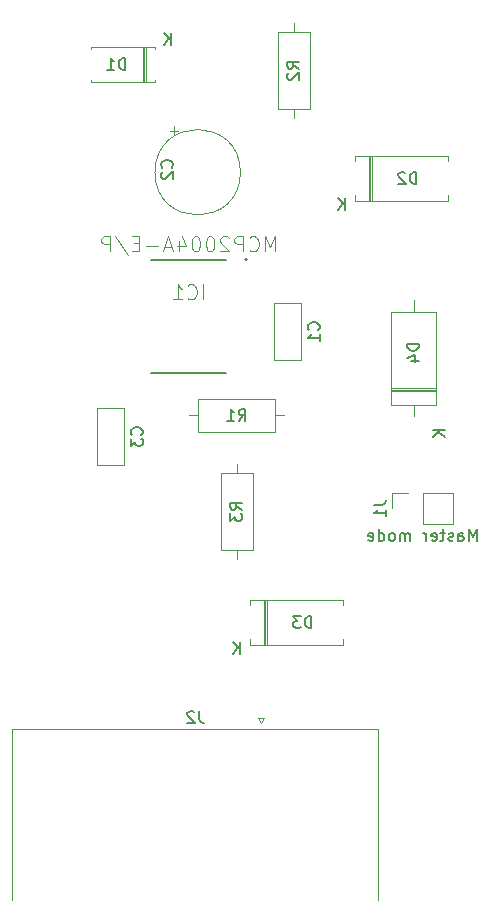
<source format=gbo>
G04 #@! TF.GenerationSoftware,KiCad,Pcbnew,(5.1.4)-1*
G04 #@! TF.CreationDate,2019-12-13T13:31:57+01:00*
G04 #@! TF.ProjectId,LIN bus esp32,4c494e20-6275-4732-9065-737033322e6b,2*
G04 #@! TF.SameCoordinates,Original*
G04 #@! TF.FileFunction,Legend,Bot*
G04 #@! TF.FilePolarity,Positive*
%FSLAX46Y46*%
G04 Gerber Fmt 4.6, Leading zero omitted, Abs format (unit mm)*
G04 Created by KiCad (PCBNEW (5.1.4)-1) date 2019-12-13 13:31:57*
%MOMM*%
%LPD*%
G04 APERTURE LIST*
%ADD10C,0.150000*%
%ADD11C,0.120000*%
%ADD12C,0.200000*%
%ADD13C,0.127000*%
%ADD14C,0.050000*%
G04 APERTURE END LIST*
D10*
X172489238Y-94432380D02*
X172489238Y-93432380D01*
X172155904Y-94146666D01*
X171822571Y-93432380D01*
X171822571Y-94432380D01*
X170917809Y-94432380D02*
X170917809Y-93908571D01*
X170965428Y-93813333D01*
X171060666Y-93765714D01*
X171251142Y-93765714D01*
X171346380Y-93813333D01*
X170917809Y-94384761D02*
X171013047Y-94432380D01*
X171251142Y-94432380D01*
X171346380Y-94384761D01*
X171394000Y-94289523D01*
X171394000Y-94194285D01*
X171346380Y-94099047D01*
X171251142Y-94051428D01*
X171013047Y-94051428D01*
X170917809Y-94003809D01*
X170489238Y-94384761D02*
X170394000Y-94432380D01*
X170203523Y-94432380D01*
X170108285Y-94384761D01*
X170060666Y-94289523D01*
X170060666Y-94241904D01*
X170108285Y-94146666D01*
X170203523Y-94099047D01*
X170346380Y-94099047D01*
X170441619Y-94051428D01*
X170489238Y-93956190D01*
X170489238Y-93908571D01*
X170441619Y-93813333D01*
X170346380Y-93765714D01*
X170203523Y-93765714D01*
X170108285Y-93813333D01*
X169774952Y-93765714D02*
X169394000Y-93765714D01*
X169632095Y-93432380D02*
X169632095Y-94289523D01*
X169584476Y-94384761D01*
X169489238Y-94432380D01*
X169394000Y-94432380D01*
X168679714Y-94384761D02*
X168774952Y-94432380D01*
X168965428Y-94432380D01*
X169060666Y-94384761D01*
X169108285Y-94289523D01*
X169108285Y-93908571D01*
X169060666Y-93813333D01*
X168965428Y-93765714D01*
X168774952Y-93765714D01*
X168679714Y-93813333D01*
X168632095Y-93908571D01*
X168632095Y-94003809D01*
X169108285Y-94099047D01*
X168203523Y-94432380D02*
X168203523Y-93765714D01*
X168203523Y-93956190D02*
X168155904Y-93860952D01*
X168108285Y-93813333D01*
X168013047Y-93765714D01*
X167917809Y-93765714D01*
X166822571Y-94432380D02*
X166822571Y-93765714D01*
X166822571Y-93860952D02*
X166774952Y-93813333D01*
X166679714Y-93765714D01*
X166536857Y-93765714D01*
X166441619Y-93813333D01*
X166394000Y-93908571D01*
X166394000Y-94432380D01*
X166394000Y-93908571D02*
X166346380Y-93813333D01*
X166251142Y-93765714D01*
X166108285Y-93765714D01*
X166013047Y-93813333D01*
X165965428Y-93908571D01*
X165965428Y-94432380D01*
X165346380Y-94432380D02*
X165441619Y-94384761D01*
X165489238Y-94337142D01*
X165536857Y-94241904D01*
X165536857Y-93956190D01*
X165489238Y-93860952D01*
X165441619Y-93813333D01*
X165346380Y-93765714D01*
X165203523Y-93765714D01*
X165108285Y-93813333D01*
X165060666Y-93860952D01*
X165013047Y-93956190D01*
X165013047Y-94241904D01*
X165060666Y-94337142D01*
X165108285Y-94384761D01*
X165203523Y-94432380D01*
X165346380Y-94432380D01*
X164155904Y-94432380D02*
X164155904Y-93432380D01*
X164155904Y-94384761D02*
X164251142Y-94432380D01*
X164441619Y-94432380D01*
X164536857Y-94384761D01*
X164584476Y-94337142D01*
X164632095Y-94241904D01*
X164632095Y-93956190D01*
X164584476Y-93860952D01*
X164536857Y-93813333D01*
X164441619Y-93765714D01*
X164251142Y-93765714D01*
X164155904Y-93813333D01*
X163298761Y-94384761D02*
X163394000Y-94432380D01*
X163584476Y-94432380D01*
X163679714Y-94384761D01*
X163727333Y-94289523D01*
X163727333Y-93908571D01*
X163679714Y-93813333D01*
X163584476Y-93765714D01*
X163394000Y-93765714D01*
X163298761Y-93813333D01*
X163251142Y-93908571D01*
X163251142Y-94003809D01*
X163727333Y-94099047D01*
D11*
X154178000Y-109866675D02*
X154428000Y-109433662D01*
X153928000Y-109433662D02*
X154178000Y-109866675D01*
X154428000Y-109433662D02*
X153928000Y-109433662D01*
X133153000Y-110328000D02*
X133153000Y-124868000D01*
X164123000Y-110328000D02*
X133153000Y-110328000D01*
X164123000Y-124868000D02*
X164123000Y-110328000D01*
X146459000Y-59701277D02*
X147159000Y-59701277D01*
X146809000Y-59351277D02*
X146809000Y-60051277D01*
X152464000Y-63226000D02*
G75*
G03X152464000Y-63226000I-3620000J0D01*
G01*
X152146000Y-87908000D02*
X152146000Y-88678000D01*
X152146000Y-95988000D02*
X152146000Y-95218000D01*
X153516000Y-88678000D02*
X153516000Y-95218000D01*
X150776000Y-88678000D02*
X153516000Y-88678000D01*
X150776000Y-95218000D02*
X150776000Y-88678000D01*
X153516000Y-95218000D02*
X150776000Y-95218000D01*
X156972000Y-50570000D02*
X156972000Y-51340000D01*
X156972000Y-58650000D02*
X156972000Y-57880000D01*
X158342000Y-51340000D02*
X158342000Y-57880000D01*
X155602000Y-51340000D02*
X158342000Y-51340000D01*
X155602000Y-57880000D02*
X155602000Y-51340000D01*
X158342000Y-57880000D02*
X155602000Y-57880000D01*
X156186000Y-83820000D02*
X155416000Y-83820000D01*
X148106000Y-83820000D02*
X148876000Y-83820000D01*
X155416000Y-85190000D02*
X148876000Y-85190000D01*
X155416000Y-82450000D02*
X155416000Y-85190000D01*
X148876000Y-82450000D02*
X155416000Y-82450000D01*
X148876000Y-85190000D02*
X148876000Y-82450000D01*
X165294000Y-90364000D02*
X165294000Y-91694000D01*
X166624000Y-90364000D02*
X165294000Y-90364000D01*
X167894000Y-90364000D02*
X167894000Y-93024000D01*
X167894000Y-93024000D02*
X170494000Y-93024000D01*
X167894000Y-90364000D02*
X170494000Y-90364000D01*
X170494000Y-90364000D02*
X170494000Y-93024000D01*
D12*
X153032000Y-70588000D02*
G75*
G03X153032000Y-70588000I-100000J0D01*
G01*
D13*
X144902000Y-80238000D02*
X151262000Y-80238000D01*
X151262000Y-70638000D02*
X144902000Y-70638000D01*
D11*
X169052000Y-81774000D02*
X165212000Y-81774000D01*
X169052000Y-81534000D02*
X165212000Y-81534000D01*
X169052000Y-81654000D02*
X165212000Y-81654000D01*
X167132000Y-74084000D02*
X167132000Y-75074000D01*
X167132000Y-83904000D02*
X167132000Y-82914000D01*
X169052000Y-75074000D02*
X169052000Y-82914000D01*
X165212000Y-75074000D02*
X169052000Y-75074000D01*
X165212000Y-82914000D02*
X165212000Y-75074000D01*
X169052000Y-82914000D02*
X165212000Y-82914000D01*
X154446000Y-103266000D02*
X154446000Y-99426000D01*
X154686000Y-103266000D02*
X154686000Y-99426000D01*
X154566000Y-103266000D02*
X154566000Y-99426000D01*
X161146000Y-99426000D02*
X161146000Y-99906000D01*
X153306000Y-99426000D02*
X161146000Y-99426000D01*
X153306000Y-99906000D02*
X153306000Y-99426000D01*
X161146000Y-103266000D02*
X161146000Y-102786000D01*
X153306000Y-103266000D02*
X161146000Y-103266000D01*
X153306000Y-102786000D02*
X153306000Y-103266000D01*
X163336000Y-65674000D02*
X163336000Y-61834000D01*
X163576000Y-65674000D02*
X163576000Y-61834000D01*
X163456000Y-65674000D02*
X163456000Y-61834000D01*
X170036000Y-61834000D02*
X170036000Y-62314000D01*
X162196000Y-61834000D02*
X170036000Y-61834000D01*
X162196000Y-62314000D02*
X162196000Y-61834000D01*
X170036000Y-65674000D02*
X170036000Y-65194000D01*
X162196000Y-65674000D02*
X170036000Y-65674000D01*
X162196000Y-65194000D02*
X162196000Y-65674000D01*
X144434000Y-52632000D02*
X144434000Y-55572000D01*
X144194000Y-52632000D02*
X144194000Y-55572000D01*
X144314000Y-52632000D02*
X144314000Y-55572000D01*
X139774000Y-55572000D02*
X139774000Y-55442000D01*
X145214000Y-55572000D02*
X139774000Y-55572000D01*
X145214000Y-55442000D02*
X145214000Y-55572000D01*
X139774000Y-52632000D02*
X139774000Y-52762000D01*
X145214000Y-52632000D02*
X139774000Y-52632000D01*
X145214000Y-52762000D02*
X145214000Y-52632000D01*
X142598000Y-83198000D02*
X140358000Y-83198000D01*
X142598000Y-88038000D02*
X140358000Y-88038000D01*
X140358000Y-88038000D02*
X140358000Y-83198000D01*
X142598000Y-88038000D02*
X142598000Y-83198000D01*
X157584000Y-74308000D02*
X155344000Y-74308000D01*
X157584000Y-79148000D02*
X155344000Y-79148000D01*
X155344000Y-79148000D02*
X155344000Y-74308000D01*
X157584000Y-79148000D02*
X157584000Y-74308000D01*
D10*
X148971333Y-108840380D02*
X148971333Y-109554666D01*
X149018952Y-109697523D01*
X149114190Y-109792761D01*
X149257047Y-109840380D01*
X149352285Y-109840380D01*
X148542761Y-108935619D02*
X148495142Y-108888000D01*
X148399904Y-108840380D01*
X148161809Y-108840380D01*
X148066571Y-108888000D01*
X148018952Y-108935619D01*
X147971333Y-109030857D01*
X147971333Y-109126095D01*
X148018952Y-109268952D01*
X148590380Y-109840380D01*
X147971333Y-109840380D01*
X146661142Y-62825333D02*
X146708761Y-62777714D01*
X146756380Y-62634857D01*
X146756380Y-62539619D01*
X146708761Y-62396761D01*
X146613523Y-62301523D01*
X146518285Y-62253904D01*
X146327809Y-62206285D01*
X146184952Y-62206285D01*
X145994476Y-62253904D01*
X145899238Y-62301523D01*
X145804000Y-62396761D01*
X145756380Y-62539619D01*
X145756380Y-62634857D01*
X145804000Y-62777714D01*
X145851619Y-62825333D01*
X145851619Y-63206285D02*
X145804000Y-63253904D01*
X145756380Y-63349142D01*
X145756380Y-63587238D01*
X145804000Y-63682476D01*
X145851619Y-63730095D01*
X145946857Y-63777714D01*
X146042095Y-63777714D01*
X146184952Y-63730095D01*
X146756380Y-63158666D01*
X146756380Y-63777714D01*
X152598380Y-91781333D02*
X152122190Y-91448000D01*
X152598380Y-91209904D02*
X151598380Y-91209904D01*
X151598380Y-91590857D01*
X151646000Y-91686095D01*
X151693619Y-91733714D01*
X151788857Y-91781333D01*
X151931714Y-91781333D01*
X152026952Y-91733714D01*
X152074571Y-91686095D01*
X152122190Y-91590857D01*
X152122190Y-91209904D01*
X151598380Y-92114666D02*
X151598380Y-92733714D01*
X151979333Y-92400380D01*
X151979333Y-92543238D01*
X152026952Y-92638476D01*
X152074571Y-92686095D01*
X152169809Y-92733714D01*
X152407904Y-92733714D01*
X152503142Y-92686095D01*
X152550761Y-92638476D01*
X152598380Y-92543238D01*
X152598380Y-92257523D01*
X152550761Y-92162285D01*
X152503142Y-92114666D01*
X157424380Y-54443333D02*
X156948190Y-54110000D01*
X157424380Y-53871904D02*
X156424380Y-53871904D01*
X156424380Y-54252857D01*
X156472000Y-54348095D01*
X156519619Y-54395714D01*
X156614857Y-54443333D01*
X156757714Y-54443333D01*
X156852952Y-54395714D01*
X156900571Y-54348095D01*
X156948190Y-54252857D01*
X156948190Y-53871904D01*
X156519619Y-54824285D02*
X156472000Y-54871904D01*
X156424380Y-54967142D01*
X156424380Y-55205238D01*
X156472000Y-55300476D01*
X156519619Y-55348095D01*
X156614857Y-55395714D01*
X156710095Y-55395714D01*
X156852952Y-55348095D01*
X157424380Y-54776666D01*
X157424380Y-55395714D01*
X152312666Y-84272380D02*
X152646000Y-83796190D01*
X152884095Y-84272380D02*
X152884095Y-83272380D01*
X152503142Y-83272380D01*
X152407904Y-83320000D01*
X152360285Y-83367619D01*
X152312666Y-83462857D01*
X152312666Y-83605714D01*
X152360285Y-83700952D01*
X152407904Y-83748571D01*
X152503142Y-83796190D01*
X152884095Y-83796190D01*
X151360285Y-84272380D02*
X151931714Y-84272380D01*
X151646000Y-84272380D02*
X151646000Y-83272380D01*
X151741238Y-83415238D01*
X151836476Y-83510476D01*
X151931714Y-83558095D01*
X163746380Y-91360666D02*
X164460666Y-91360666D01*
X164603523Y-91313047D01*
X164698761Y-91217809D01*
X164746380Y-91074952D01*
X164746380Y-90979714D01*
X164746380Y-92360666D02*
X164746380Y-91789238D01*
X164746380Y-92074952D02*
X163746380Y-92074952D01*
X163889238Y-91979714D01*
X163984476Y-91884476D01*
X164032095Y-91789238D01*
D14*
X149321761Y-73980523D02*
X149321761Y-72710523D01*
X147991285Y-73859571D02*
X148051761Y-73920047D01*
X148233190Y-73980523D01*
X148354142Y-73980523D01*
X148535571Y-73920047D01*
X148656523Y-73799095D01*
X148717000Y-73678142D01*
X148777476Y-73436238D01*
X148777476Y-73254809D01*
X148717000Y-73012904D01*
X148656523Y-72891952D01*
X148535571Y-72771000D01*
X148354142Y-72710523D01*
X148233190Y-72710523D01*
X148051761Y-72771000D01*
X147991285Y-72831476D01*
X146781761Y-73980523D02*
X147507476Y-73980523D01*
X147144619Y-73980523D02*
X147144619Y-72710523D01*
X147265571Y-72891952D01*
X147386523Y-73012904D01*
X147507476Y-73073380D01*
X155413505Y-69917614D02*
X155413505Y-68645204D01*
X154989368Y-69554068D01*
X154565231Y-68645204D01*
X154565231Y-69917614D01*
X153232230Y-69796432D02*
X153292821Y-69857023D01*
X153474594Y-69917614D01*
X153595776Y-69917614D01*
X153777549Y-69857023D01*
X153898731Y-69735841D01*
X153959322Y-69614659D01*
X154019913Y-69372295D01*
X154019913Y-69190522D01*
X153959322Y-68948158D01*
X153898731Y-68826976D01*
X153777549Y-68705795D01*
X153595776Y-68645204D01*
X153474594Y-68645204D01*
X153292821Y-68705795D01*
X153232230Y-68766385D01*
X152686912Y-69917614D02*
X152686912Y-68645204D01*
X152202184Y-68645204D01*
X152081002Y-68705795D01*
X152020411Y-68766385D01*
X151959820Y-68887567D01*
X151959820Y-69069340D01*
X152020411Y-69190522D01*
X152081002Y-69251113D01*
X152202184Y-69311704D01*
X152686912Y-69311704D01*
X151475093Y-68766385D02*
X151414502Y-68705795D01*
X151293320Y-68645204D01*
X150990365Y-68645204D01*
X150869183Y-68705795D01*
X150808592Y-68766385D01*
X150748001Y-68887567D01*
X150748001Y-69008749D01*
X150808592Y-69190522D01*
X151535684Y-69917614D01*
X150748001Y-69917614D01*
X149960319Y-68645204D02*
X149839137Y-68645204D01*
X149717955Y-68705795D01*
X149657364Y-68766385D01*
X149596773Y-68887567D01*
X149536182Y-69129931D01*
X149536182Y-69432886D01*
X149596773Y-69675250D01*
X149657364Y-69796432D01*
X149717955Y-69857023D01*
X149839137Y-69917614D01*
X149960319Y-69917614D01*
X150081501Y-69857023D01*
X150142092Y-69796432D01*
X150202683Y-69675250D01*
X150263274Y-69432886D01*
X150263274Y-69129931D01*
X150202683Y-68887567D01*
X150142092Y-68766385D01*
X150081501Y-68705795D01*
X149960319Y-68645204D01*
X148748500Y-68645204D02*
X148627318Y-68645204D01*
X148506136Y-68705795D01*
X148445545Y-68766385D01*
X148384954Y-68887567D01*
X148324363Y-69129931D01*
X148324363Y-69432886D01*
X148384954Y-69675250D01*
X148445545Y-69796432D01*
X148506136Y-69857023D01*
X148627318Y-69917614D01*
X148748500Y-69917614D01*
X148869682Y-69857023D01*
X148930273Y-69796432D01*
X148990864Y-69675250D01*
X149051455Y-69432886D01*
X149051455Y-69129931D01*
X148990864Y-68887567D01*
X148930273Y-68766385D01*
X148869682Y-68705795D01*
X148748500Y-68645204D01*
X147233726Y-69069340D02*
X147233726Y-69917614D01*
X147536681Y-68584613D02*
X147839636Y-69493477D01*
X147051953Y-69493477D01*
X146627817Y-69554068D02*
X146021907Y-69554068D01*
X146748999Y-69917614D02*
X146324862Y-68645204D01*
X145900725Y-69917614D01*
X145476589Y-69432886D02*
X144507133Y-69432886D01*
X143901224Y-69251113D02*
X143477087Y-69251113D01*
X143295314Y-69917614D02*
X143901224Y-69917614D01*
X143901224Y-68645204D01*
X143295314Y-68645204D01*
X141841131Y-68584613D02*
X142931769Y-70220568D01*
X141416995Y-69917614D02*
X141416995Y-68645204D01*
X140932267Y-68645204D01*
X140811085Y-68705795D01*
X140750494Y-68766385D01*
X140689903Y-68887567D01*
X140689903Y-69069340D01*
X140750494Y-69190522D01*
X140811085Y-69251113D01*
X140932267Y-69311704D01*
X141416995Y-69311704D01*
D10*
X167584380Y-77747904D02*
X166584380Y-77747904D01*
X166584380Y-77986000D01*
X166632000Y-78128857D01*
X166727238Y-78224095D01*
X166822476Y-78271714D01*
X167012952Y-78319333D01*
X167155809Y-78319333D01*
X167346285Y-78271714D01*
X167441523Y-78224095D01*
X167536761Y-78128857D01*
X167584380Y-77986000D01*
X167584380Y-77747904D01*
X166917714Y-79176476D02*
X167584380Y-79176476D01*
X166536761Y-78938380D02*
X167251047Y-78700285D01*
X167251047Y-79319333D01*
X169784380Y-85082095D02*
X168784380Y-85082095D01*
X169784380Y-85653523D02*
X169212952Y-85224952D01*
X168784380Y-85653523D02*
X169355809Y-85082095D01*
X158472095Y-101798380D02*
X158472095Y-100798380D01*
X158234000Y-100798380D01*
X158091142Y-100846000D01*
X157995904Y-100941238D01*
X157948285Y-101036476D01*
X157900666Y-101226952D01*
X157900666Y-101369809D01*
X157948285Y-101560285D01*
X157995904Y-101655523D01*
X158091142Y-101750761D01*
X158234000Y-101798380D01*
X158472095Y-101798380D01*
X157567333Y-100798380D02*
X156948285Y-100798380D01*
X157281619Y-101179333D01*
X157138761Y-101179333D01*
X157043523Y-101226952D01*
X156995904Y-101274571D01*
X156948285Y-101369809D01*
X156948285Y-101607904D01*
X156995904Y-101703142D01*
X157043523Y-101750761D01*
X157138761Y-101798380D01*
X157424476Y-101798380D01*
X157519714Y-101750761D01*
X157567333Y-101703142D01*
X152407904Y-103998380D02*
X152407904Y-102998380D01*
X151836476Y-103998380D02*
X152265047Y-103426952D01*
X151836476Y-102998380D02*
X152407904Y-103569809D01*
X167362095Y-64206380D02*
X167362095Y-63206380D01*
X167124000Y-63206380D01*
X166981142Y-63254000D01*
X166885904Y-63349238D01*
X166838285Y-63444476D01*
X166790666Y-63634952D01*
X166790666Y-63777809D01*
X166838285Y-63968285D01*
X166885904Y-64063523D01*
X166981142Y-64158761D01*
X167124000Y-64206380D01*
X167362095Y-64206380D01*
X166409714Y-63301619D02*
X166362095Y-63254000D01*
X166266857Y-63206380D01*
X166028761Y-63206380D01*
X165933523Y-63254000D01*
X165885904Y-63301619D01*
X165838285Y-63396857D01*
X165838285Y-63492095D01*
X165885904Y-63634952D01*
X166457333Y-64206380D01*
X165838285Y-64206380D01*
X161297904Y-66406380D02*
X161297904Y-65406380D01*
X160726476Y-66406380D02*
X161155047Y-65834952D01*
X160726476Y-65406380D02*
X161297904Y-65977809D01*
X142724095Y-54554380D02*
X142724095Y-53554380D01*
X142486000Y-53554380D01*
X142343142Y-53602000D01*
X142247904Y-53697238D01*
X142200285Y-53792476D01*
X142152666Y-53982952D01*
X142152666Y-54125809D01*
X142200285Y-54316285D01*
X142247904Y-54411523D01*
X142343142Y-54506761D01*
X142486000Y-54554380D01*
X142724095Y-54554380D01*
X141200285Y-54554380D02*
X141771714Y-54554380D01*
X141486000Y-54554380D02*
X141486000Y-53554380D01*
X141581238Y-53697238D01*
X141676476Y-53792476D01*
X141771714Y-53840095D01*
X146565904Y-52454380D02*
X146565904Y-51454380D01*
X145994476Y-52454380D02*
X146423047Y-51882952D01*
X145994476Y-51454380D02*
X146565904Y-52025809D01*
X144085142Y-85451333D02*
X144132761Y-85403714D01*
X144180380Y-85260857D01*
X144180380Y-85165619D01*
X144132761Y-85022761D01*
X144037523Y-84927523D01*
X143942285Y-84879904D01*
X143751809Y-84832285D01*
X143608952Y-84832285D01*
X143418476Y-84879904D01*
X143323238Y-84927523D01*
X143228000Y-85022761D01*
X143180380Y-85165619D01*
X143180380Y-85260857D01*
X143228000Y-85403714D01*
X143275619Y-85451333D01*
X143180380Y-85784666D02*
X143180380Y-86403714D01*
X143561333Y-86070380D01*
X143561333Y-86213238D01*
X143608952Y-86308476D01*
X143656571Y-86356095D01*
X143751809Y-86403714D01*
X143989904Y-86403714D01*
X144085142Y-86356095D01*
X144132761Y-86308476D01*
X144180380Y-86213238D01*
X144180380Y-85927523D01*
X144132761Y-85832285D01*
X144085142Y-85784666D01*
X159071142Y-76561333D02*
X159118761Y-76513714D01*
X159166380Y-76370857D01*
X159166380Y-76275619D01*
X159118761Y-76132761D01*
X159023523Y-76037523D01*
X158928285Y-75989904D01*
X158737809Y-75942285D01*
X158594952Y-75942285D01*
X158404476Y-75989904D01*
X158309238Y-76037523D01*
X158214000Y-76132761D01*
X158166380Y-76275619D01*
X158166380Y-76370857D01*
X158214000Y-76513714D01*
X158261619Y-76561333D01*
X159166380Y-77513714D02*
X159166380Y-76942285D01*
X159166380Y-77228000D02*
X158166380Y-77228000D01*
X158309238Y-77132761D01*
X158404476Y-77037523D01*
X158452095Y-76942285D01*
M02*

</source>
